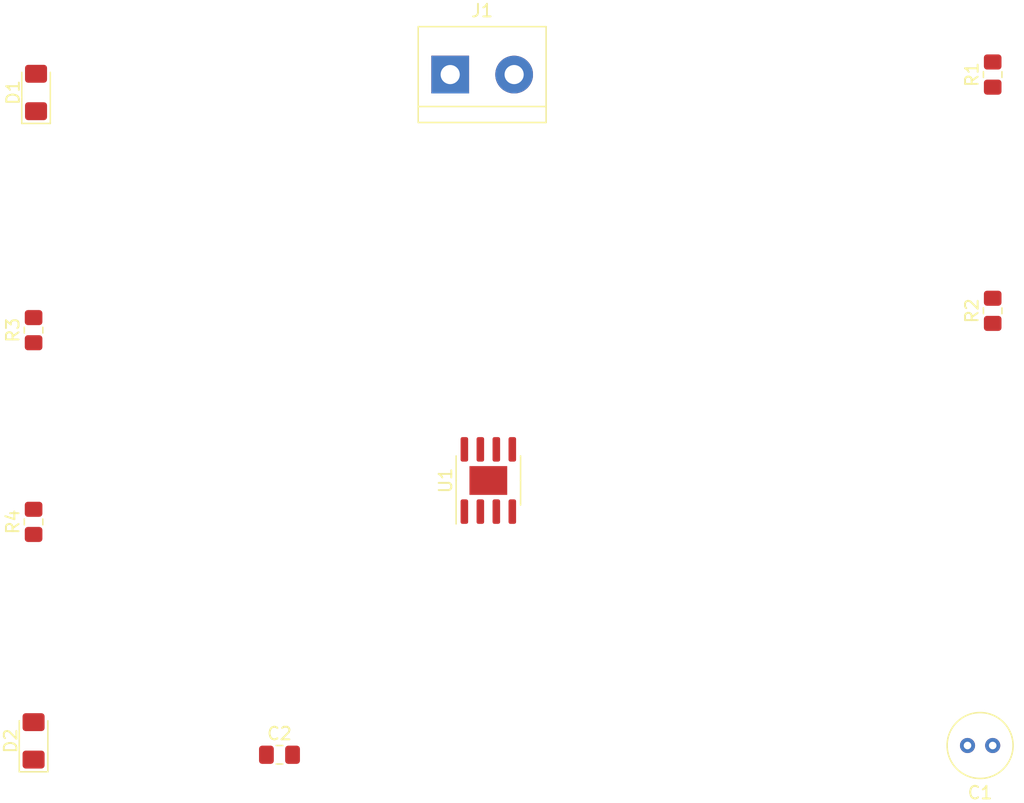
<source format=kicad_pcb>
(kicad_pcb (version 20211014) (generator pcbnew)
  (layers (0 "F.Cu" signal) (31 "B.Cu" signal) (34 "B.Paste" user) (35 "F.Paste" user) (36 "B.SilkS" user "B.Silkscreen") (37 "F.SilkS" user "F.Silkscreen") (38 "B.Mask" user) (39 "F.Mask" user) (44 "Edge.Cuts" user))
  (net 0 "")
  (net 1 "Net-(C1-Pad1)")
  (net 2 "GND")
  (net 3 "Net-(C2-Pad1)")
  (net 4 "Net-(D1-Pad1)")
  (net 5 "+9V")
  (net 6 "Net-(D2-Pad2)")
  (net 7 "Net-(R1-Pad2)")
  (net 8 "Net-(R3-Pad2)")
  (footprint "Package_SO:SOIC-8-1EP_3.9x4.9mm_P1.27mm_EP2.29x3mm" (layer "F.Cu") (at 122.49 100.85 90)
    (fp_text reference "U1" (at 0 -3.4 90) (layer "F.SilkS"))
    (fp_text value "NE555D")
    (fp_line (start 0 2.56) (end -1.95 2.56) (layer "F.SilkS") (width 0.12))
    (fp_line (start 0 -2.56) (end -3.45 -2.56) (layer "F.SilkS") (width 0.12))
    (fp_line (start 0 2.56) (end 1.95 2.56) (layer "F.SilkS") (width 0.12))
    (fp_line (start 0 -2.56) (end 1.95 -2.56) (layer "F.SilkS") (width 0.12))
    (pad "1" smd roundrect (at -2.475 -1.905 90) (size 1.95 0.6) (layers "F.Cu" "F.Paste" "F.Mask") (net 2 "GND"))
    (pad "2" smd roundrect (at -2.475 -0.635 90) (size 1.95 0.6) (layers "F.Cu" "F.Paste" "F.Mask"))
    (pad "3" smd roundrect (at -2.475 0.635 90) (size 1.95 0.6) (layers "F.Cu" "F.Paste" "F.Mask"))
    (pad "4" smd roundrect (at -2.475 1.905 90) (size 1.95 0.6) (layers "F.Cu" "F.Paste" "F.Mask"))
    (pad "5" smd roundrect (at 2.475 1.905 90) (size 1.95 0.6) (layers "F.Cu" "F.Paste" "F.Mask") (net 3 "Net-(C2-Pad1)"))
    (pad "6" smd roundrect (at 2.475 0.635 90) (size 1.95 0.6) (layers "F.Cu" "F.Paste" "F.Mask") (net 1 "Net-(C1-Pad1)"))
    (pad "7" smd roundrect (at 2.475 -0.635 90) (size 1.95 0.6) (layers "F.Cu" "F.Paste" "F.Mask") (net 7 "Net-(R1-Pad2)"))
    (pad "8" smd roundrect (at 2.475 -1.905 90) (size 1.95 0.6) (layers "F.Cu" "F.Paste" "F.Mask") (net 5 "+9V"))
    (pad "9" smd rect (at 0 0 90) (size 2.29 3) (layers "F.Cu" "F.Mask"))
  )
  (footprint "TerminalBlock:TerminalBlock_bornier-2_P5.08mm" (layer "F.Cu") (at 119.46 68.58)
    (fp_text reference "J1" (at 2.54 -5.08) (layer "F.SilkS"))
    (fp_text value "Conn_01x02_Male")
    (fp_line (start 7.62 3.81) (end 7.62 -3.81) (layer "F.SilkS") (width 0.12))
    (fp_line (start -2.54 3.81) (end 7.62 3.81) (layer "F.SilkS") (width 0.12))
    (fp_line (start 7.62 -3.81) (end -2.54 -3.81) (layer "F.SilkS") (width 0.12))
    (fp_line (start 7.62 2.54) (end -2.54 2.54) (layer "F.SilkS") (width 0.12))
    (fp_line (start -2.54 -3.81) (end -2.54 3.81) (layer "F.SilkS") (width 0.12))
    (pad "1" thru_hole rect (at 0 0) (size 3 3) (drill 1.52) (layers *.Cu *.Mask) (net 5 "+9V"))
    (pad "2" thru_hole circle (at 5.08 0) (size 3 3) (drill 1.52) (layers *.Cu *.Mask) (net 2 "GND"))
  )
  (footprint "Resistor_SMD:R_0805_2012Metric_Pad1.20x1.40mm_HandSolder" (layer "F.Cu") (at 162.56 87.36 90)
    (fp_text reference "R2" (at 0 -1.65 90) (layer "F.SilkS"))
    (fp_text value "10k")
    (fp_line (start -0.227064 -0.735) (end 0.227064 -0.735) (layer "F.SilkS") (width 0.12))
    (fp_line (start -0.227064 0.735) (end 0.227064 0.735) (layer "F.SilkS") (width 0.12))
    (pad "1" smd roundrect (at -1 0 90) (size 1.2 1.4) (layers "F.Cu" "F.Paste" "F.Mask") (roundrect_rratio 0.2083333333) (net 7 "Net-(R1-Pad2)"))
    (pad "2" smd roundrect (at 1 0 90) (size 1.2 1.4) (layers "F.Cu" "F.Paste" "F.Mask") (roundrect_rratio 0.2083333333) (net 1 "Net-(C1-Pad1)"))
  )
  (footprint "Resistor_SMD:R_0805_2012Metric_Pad1.20x1.40mm_HandSolder" (layer "F.Cu") (at 86.36 104.14 90)
    (fp_text reference "R4" (at 0 -1.65 90) (layer "F.SilkS"))
    (fp_text value "1k")
    (fp_line (start -0.227064 -0.735) (end 0.227064 -0.735) (layer "F.SilkS") (width 0.12))
    (fp_line (start -0.227064 0.735) (end 0.227064 0.735) (layer "F.SilkS") (width 0.12))
    (pad "1" smd roundrect (at -1 0 90) (size 1.2 1.4) (layers "F.Cu" "F.Paste" "F.Mask") (roundrect_rratio 0.2083333333) (net 8 "Net-(R3-Pad2)"))
    (pad "2" smd roundrect (at 1 0 90) (size 1.2 1.4) (layers "F.Cu" "F.Paste" "F.Mask") (roundrect_rratio 0.2083333333) (net 6 "Net-(D2-Pad2)"))
  )
  (footprint "LED_SMD:LED_1206_3216Metric_Pad1.42x1.75mm_HandSolder" (layer "F.Cu") (at 86.36 121.55 90)
    (fp_text reference "D2" (at 0 -1.82 90) (layer "F.SilkS"))
    (fp_text value "LED")
    (fp_line (start -2.46 -1.135) (end -2.46 1.135) (layer "F.SilkS") (width 0.12))
    (fp_line (start 1.6 -1.135) (end -2.46 -1.135) (layer "F.SilkS") (width 0.12))
    (fp_line (start -2.46 1.135) (end 1.6 1.135) (layer "F.SilkS") (width 0.12))
    (pad "1" smd roundrect (at -1.4875 0 90) (size 1.425 1.75) (layers "F.Cu" "F.Paste" "F.Mask") (roundrect_rratio 0.1754392982) (net 2 "GND"))
    (pad "2" smd roundrect (at 1.4875 0 90) (size 1.425 1.75) (layers "F.Cu" "F.Paste" "F.Mask") (roundrect_rratio 0.1754392982) (net 6 "Net-(D2-Pad2)"))
  )
  (footprint "Resistor_SMD:R_0805_2012Metric_Pad1.20x1.40mm_HandSolder" (layer "F.Cu") (at 162.56 68.58 90)
    (fp_text reference "R1" (at 0 -1.65 90) (layer "F.SilkS"))
    (fp_text value "1k")
    (fp_line (start -0.227064 0.735) (end 0.227064 0.735) (layer "F.SilkS") (width 0.12))
    (fp_line (start -0.227064 -0.735) (end 0.227064 -0.735) (layer "F.SilkS") (width 0.12))
    (pad "1" smd roundrect (at -1 0 90) (size 1.2 1.4) (layers "F.Cu" "F.Paste" "F.Mask") (roundrect_rratio 0.2083333333) (net 5 "+9V"))
    (pad "2" smd roundrect (at 1 0 90) (size 1.2 1.4) (layers "F.Cu" "F.Paste" "F.Mask") (roundrect_rratio 0.2083333333) (net 7 "Net-(R1-Pad2)"))
  )
  (footprint "Resistor_SMD:R_0805_2012Metric_Pad1.20x1.40mm_HandSolder" (layer "F.Cu") (at 86.36 88.9 90)
    (fp_text reference "R3" (at 0 -1.65 90) (layer "F.SilkS"))
    (fp_text value "1k")
    (fp_line (start -0.227064 -0.735) (end 0.227064 -0.735) (layer "F.SilkS") (width 0.12))
    (fp_line (start -0.227064 0.735) (end 0.227064 0.735) (layer "F.SilkS") (width 0.12))
    (pad "1" smd roundrect (at -1 0 90) (size 1.2 1.4) (layers "F.Cu" "F.Paste" "F.Mask") (roundrect_rratio 0.2083333333) (net 4 "Net-(D1-Pad1)"))
    (pad "2" smd roundrect (at 1 0 90) (size 1.2 1.4) (layers "F.Cu" "F.Paste" "F.Mask") (roundrect_rratio 0.2083333333) (net 8 "Net-(R3-Pad2)"))
  )
  (footprint "Capacitor_SMD:C_0805_2012Metric_Pad1.18x1.45mm_HandSolder" (layer "F.Cu") (at 105.896244 122.655)
    (fp_text reference "C2" (at 0 -1.68) (layer "F.SilkS"))
    (fp_text value "0.01µF")
    (fp_line (start -0.261252 0.735) (end 0.261252 0.735) (layer "F.SilkS") (width 0.12))
    (fp_line (start -0.261252 -0.735) (end 0.261252 -0.735) (layer "F.SilkS") (width 0.12))
    (pad "1" smd roundrect (at -1.0375 0) (size 1.175 1.45) (layers "F.Cu" "F.Paste" "F.Mask") (roundrect_rratio 0.2127659574) (net 3 "Net-(C2-Pad1)"))
    (pad "2" smd roundrect (at 1.0375 0) (size 1.175 1.45) (layers "F.Cu" "F.Paste" "F.Mask") (roundrect_rratio 0.2127659574) (net 2 "GND"))
  )
  (footprint "LED_SMD:LED_1206_3216Metric_Pad1.42x1.75mm_HandSolder" (layer "F.Cu") (at 86.555 70.005 90)
    (fp_text reference "D1" (at 0 -1.82 90) (layer "F.SilkS"))
    (fp_text value "LED")
    (fp_line (start -2.46 -1.135) (end -2.46 1.135) (layer "F.SilkS") (width 0.12))
    (fp_line (start -2.46 1.135) (end 1.6 1.135) (layer "F.SilkS") (width 0.12))
    (fp_line (start 1.6 -1.135) (end -2.46 -1.135) (layer "F.SilkS") (width 0.12))
    (pad "1" smd roundrect (at -1.4875 0 90) (size 1.425 1.75) (layers "F.Cu" "F.Paste" "F.Mask") (roundrect_rratio 0.1754392982) (net 4 "Net-(D1-Pad1)"))
    (pad "2" smd roundrect (at 1.4875 0 90) (size 1.425 1.75) (layers "F.Cu" "F.Paste" "F.Mask") (roundrect_rratio 0.1754392982) (net 5 "+9V"))
  )
  (footprint "Capacitor_THT:C_Radial_D5.0mm_H5.0mm_P2.00mm" (layer "F.Cu") (at 162.56 121.92 180)
    (fp_text reference "C1" (at 1 -3.75) (layer "F.SilkS"))
    (fp_text value "10 µF")
    (fp_circle (center 1 0) (end 3.62 0) (layer "F.SilkS") (width 0.12) (fill none))
    (pad "1" thru_hole circle (at 0 0 180) (size 1.2 1.2) (drill 0.6) (layers *.Cu *.Mask) (net 1 "Net-(C1-Pad1)"))
    (pad "2" thru_hole circle (at 2 0 180) (size 1.2 1.2) (drill 0.6) (layers *.Cu *.Mask) (net 2 "GND"))
  )
)
</source>
